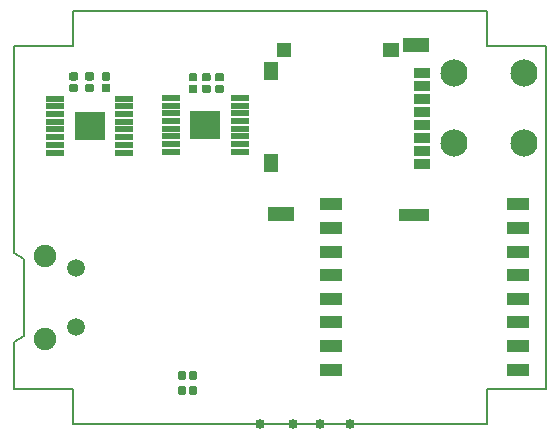
<source format=gbs>
G04 #@! TF.GenerationSoftware,KiCad,Pcbnew,(5.1.4)-1*
G04 #@! TF.CreationDate,2019-10-25T18:25:26-07:00*
G04 #@! TF.ProjectId,mainboard,6d61696e-626f-4617-9264-2e6b69636164,rev?*
G04 #@! TF.SameCoordinates,Original*
G04 #@! TF.FileFunction,Soldermask,Bot*
G04 #@! TF.FilePolarity,Negative*
%FSLAX46Y46*%
G04 Gerber Fmt 4.6, Leading zero omitted, Abs format (unit mm)*
G04 Created by KiCad (PCBNEW (5.1.4)-1) date 2019-10-25 18:25:26*
%MOMM*%
%LPD*%
G04 APERTURE LIST*
%ADD10C,0.150000*%
%ADD11C,0.100000*%
%ADD12C,0.691600*%
%ADD13R,2.561600X2.411600*%
%ADD14R,1.576600X0.551600*%
%ADD15C,2.301600*%
%ADD16R,1.901600X1.101600*%
%ADD17R,1.251600X1.601600*%
%ADD18R,2.301600X1.251600*%
%ADD19R,1.301600X1.261600*%
%ADD20R,1.351600X1.261600*%
%ADD21R,2.601600X1.051600*%
%ADD22R,1.341600X0.901600*%
%ADD23C,0.851600*%
%ADD24C,1.509600*%
%ADD25C,1.901600*%
G04 APERTURE END LIST*
D10*
X116700300Y-106041600D02*
X116700300Y-109041600D01*
X116700300Y-74041600D02*
X116700300Y-77041600D01*
X121710300Y-106041600D02*
X116700300Y-106041600D01*
X121710300Y-77041600D02*
X116700300Y-77041600D01*
X81725100Y-77041600D02*
X81725100Y-74041600D01*
X76715100Y-106041600D02*
X76721300Y-102057200D01*
X81725100Y-106041600D02*
X76715100Y-106041600D01*
X81725100Y-77041600D02*
X76715100Y-77041600D01*
X77532900Y-95021400D02*
X76708000Y-94513400D01*
X121710300Y-106041600D02*
X121710300Y-77041600D01*
X77546200Y-101549200D02*
X76721300Y-102057200D01*
X81725100Y-106041600D02*
X81725100Y-109041600D01*
X77532900Y-95021400D02*
X77546200Y-101549200D01*
X81725100Y-109041600D02*
X116700300Y-109041600D01*
X116700300Y-74041600D02*
X81725100Y-74041600D01*
X76715100Y-77041600D02*
X76708000Y-94513400D01*
D11*
G36*
X91083887Y-105791873D02*
G01*
X91100671Y-105794362D01*
X91117130Y-105798485D01*
X91133106Y-105804201D01*
X91148444Y-105811456D01*
X91162998Y-105820179D01*
X91176627Y-105830286D01*
X91189199Y-105841681D01*
X91200594Y-105854253D01*
X91210701Y-105867882D01*
X91219424Y-105882436D01*
X91226679Y-105897774D01*
X91232395Y-105913750D01*
X91236518Y-105930209D01*
X91239007Y-105946993D01*
X91239840Y-105963940D01*
X91239840Y-106359740D01*
X91239007Y-106376687D01*
X91236518Y-106393471D01*
X91232395Y-106409930D01*
X91226679Y-106425906D01*
X91219424Y-106441244D01*
X91210701Y-106455798D01*
X91200594Y-106469427D01*
X91189199Y-106481999D01*
X91176627Y-106493394D01*
X91162998Y-106503501D01*
X91148444Y-106512224D01*
X91133106Y-106519479D01*
X91117130Y-106525195D01*
X91100671Y-106529318D01*
X91083887Y-106531807D01*
X91066940Y-106532640D01*
X90721140Y-106532640D01*
X90704193Y-106531807D01*
X90687409Y-106529318D01*
X90670950Y-106525195D01*
X90654974Y-106519479D01*
X90639636Y-106512224D01*
X90625082Y-106503501D01*
X90611453Y-106493394D01*
X90598881Y-106481999D01*
X90587486Y-106469427D01*
X90577379Y-106455798D01*
X90568656Y-106441244D01*
X90561401Y-106425906D01*
X90555685Y-106409930D01*
X90551562Y-106393471D01*
X90549073Y-106376687D01*
X90548240Y-106359740D01*
X90548240Y-105963940D01*
X90549073Y-105946993D01*
X90551562Y-105930209D01*
X90555685Y-105913750D01*
X90561401Y-105897774D01*
X90568656Y-105882436D01*
X90577379Y-105867882D01*
X90587486Y-105854253D01*
X90598881Y-105841681D01*
X90611453Y-105830286D01*
X90625082Y-105820179D01*
X90639636Y-105811456D01*
X90654974Y-105804201D01*
X90670950Y-105798485D01*
X90687409Y-105794362D01*
X90704193Y-105791873D01*
X90721140Y-105791040D01*
X91066940Y-105791040D01*
X91083887Y-105791873D01*
X91083887Y-105791873D01*
G37*
D12*
X90894040Y-106161840D03*
D11*
G36*
X92053887Y-105791873D02*
G01*
X92070671Y-105794362D01*
X92087130Y-105798485D01*
X92103106Y-105804201D01*
X92118444Y-105811456D01*
X92132998Y-105820179D01*
X92146627Y-105830286D01*
X92159199Y-105841681D01*
X92170594Y-105854253D01*
X92180701Y-105867882D01*
X92189424Y-105882436D01*
X92196679Y-105897774D01*
X92202395Y-105913750D01*
X92206518Y-105930209D01*
X92209007Y-105946993D01*
X92209840Y-105963940D01*
X92209840Y-106359740D01*
X92209007Y-106376687D01*
X92206518Y-106393471D01*
X92202395Y-106409930D01*
X92196679Y-106425906D01*
X92189424Y-106441244D01*
X92180701Y-106455798D01*
X92170594Y-106469427D01*
X92159199Y-106481999D01*
X92146627Y-106493394D01*
X92132998Y-106503501D01*
X92118444Y-106512224D01*
X92103106Y-106519479D01*
X92087130Y-106525195D01*
X92070671Y-106529318D01*
X92053887Y-106531807D01*
X92036940Y-106532640D01*
X91691140Y-106532640D01*
X91674193Y-106531807D01*
X91657409Y-106529318D01*
X91640950Y-106525195D01*
X91624974Y-106519479D01*
X91609636Y-106512224D01*
X91595082Y-106503501D01*
X91581453Y-106493394D01*
X91568881Y-106481999D01*
X91557486Y-106469427D01*
X91547379Y-106455798D01*
X91538656Y-106441244D01*
X91531401Y-106425906D01*
X91525685Y-106409930D01*
X91521562Y-106393471D01*
X91519073Y-106376687D01*
X91518240Y-106359740D01*
X91518240Y-105963940D01*
X91519073Y-105946993D01*
X91521562Y-105930209D01*
X91525685Y-105913750D01*
X91531401Y-105897774D01*
X91538656Y-105882436D01*
X91547379Y-105867882D01*
X91557486Y-105854253D01*
X91568881Y-105841681D01*
X91581453Y-105830286D01*
X91595082Y-105820179D01*
X91609636Y-105811456D01*
X91624974Y-105804201D01*
X91640950Y-105798485D01*
X91657409Y-105794362D01*
X91674193Y-105791873D01*
X91691140Y-105791040D01*
X92036940Y-105791040D01*
X92053887Y-105791873D01*
X92053887Y-105791873D01*
G37*
D12*
X91864040Y-106161840D03*
D11*
G36*
X83298247Y-79230833D02*
G01*
X83315031Y-79233322D01*
X83331490Y-79237445D01*
X83347466Y-79243161D01*
X83362804Y-79250416D01*
X83377358Y-79259139D01*
X83390987Y-79269246D01*
X83403559Y-79280641D01*
X83414954Y-79293213D01*
X83425061Y-79306842D01*
X83433784Y-79321396D01*
X83441039Y-79336734D01*
X83446755Y-79352710D01*
X83450878Y-79369169D01*
X83453367Y-79385953D01*
X83454200Y-79402900D01*
X83454200Y-79748700D01*
X83453367Y-79765647D01*
X83450878Y-79782431D01*
X83446755Y-79798890D01*
X83441039Y-79814866D01*
X83433784Y-79830204D01*
X83425061Y-79844758D01*
X83414954Y-79858387D01*
X83403559Y-79870959D01*
X83390987Y-79882354D01*
X83377358Y-79892461D01*
X83362804Y-79901184D01*
X83347466Y-79908439D01*
X83331490Y-79914155D01*
X83315031Y-79918278D01*
X83298247Y-79920767D01*
X83281300Y-79921600D01*
X82885500Y-79921600D01*
X82868553Y-79920767D01*
X82851769Y-79918278D01*
X82835310Y-79914155D01*
X82819334Y-79908439D01*
X82803996Y-79901184D01*
X82789442Y-79892461D01*
X82775813Y-79882354D01*
X82763241Y-79870959D01*
X82751846Y-79858387D01*
X82741739Y-79844758D01*
X82733016Y-79830204D01*
X82725761Y-79814866D01*
X82720045Y-79798890D01*
X82715922Y-79782431D01*
X82713433Y-79765647D01*
X82712600Y-79748700D01*
X82712600Y-79402900D01*
X82713433Y-79385953D01*
X82715922Y-79369169D01*
X82720045Y-79352710D01*
X82725761Y-79336734D01*
X82733016Y-79321396D01*
X82741739Y-79306842D01*
X82751846Y-79293213D01*
X82763241Y-79280641D01*
X82775813Y-79269246D01*
X82789442Y-79259139D01*
X82803996Y-79250416D01*
X82819334Y-79243161D01*
X82835310Y-79237445D01*
X82851769Y-79233322D01*
X82868553Y-79230833D01*
X82885500Y-79230000D01*
X83281300Y-79230000D01*
X83298247Y-79230833D01*
X83298247Y-79230833D01*
G37*
D12*
X83083400Y-79575800D03*
D11*
G36*
X83298247Y-80200833D02*
G01*
X83315031Y-80203322D01*
X83331490Y-80207445D01*
X83347466Y-80213161D01*
X83362804Y-80220416D01*
X83377358Y-80229139D01*
X83390987Y-80239246D01*
X83403559Y-80250641D01*
X83414954Y-80263213D01*
X83425061Y-80276842D01*
X83433784Y-80291396D01*
X83441039Y-80306734D01*
X83446755Y-80322710D01*
X83450878Y-80339169D01*
X83453367Y-80355953D01*
X83454200Y-80372900D01*
X83454200Y-80718700D01*
X83453367Y-80735647D01*
X83450878Y-80752431D01*
X83446755Y-80768890D01*
X83441039Y-80784866D01*
X83433784Y-80800204D01*
X83425061Y-80814758D01*
X83414954Y-80828387D01*
X83403559Y-80840959D01*
X83390987Y-80852354D01*
X83377358Y-80862461D01*
X83362804Y-80871184D01*
X83347466Y-80878439D01*
X83331490Y-80884155D01*
X83315031Y-80888278D01*
X83298247Y-80890767D01*
X83281300Y-80891600D01*
X82885500Y-80891600D01*
X82868553Y-80890767D01*
X82851769Y-80888278D01*
X82835310Y-80884155D01*
X82819334Y-80878439D01*
X82803996Y-80871184D01*
X82789442Y-80862461D01*
X82775813Y-80852354D01*
X82763241Y-80840959D01*
X82751846Y-80828387D01*
X82741739Y-80814758D01*
X82733016Y-80800204D01*
X82725761Y-80784866D01*
X82720045Y-80768890D01*
X82715922Y-80752431D01*
X82713433Y-80735647D01*
X82712600Y-80718700D01*
X82712600Y-80372900D01*
X82713433Y-80355953D01*
X82715922Y-80339169D01*
X82720045Y-80322710D01*
X82725761Y-80306734D01*
X82733016Y-80291396D01*
X82741739Y-80276842D01*
X82751846Y-80263213D01*
X82763241Y-80250641D01*
X82775813Y-80239246D01*
X82789442Y-80229139D01*
X82803996Y-80220416D01*
X82819334Y-80213161D01*
X82835310Y-80207445D01*
X82851769Y-80203322D01*
X82868553Y-80200833D01*
X82885500Y-80200000D01*
X83281300Y-80200000D01*
X83298247Y-80200833D01*
X83298247Y-80200833D01*
G37*
D12*
X83083400Y-80545800D03*
D13*
X83083400Y-83743800D03*
D14*
X86021400Y-86018800D03*
X86021400Y-85368800D03*
X86021400Y-84718800D03*
X86021400Y-84068800D03*
X86021400Y-83418800D03*
X86021400Y-82768800D03*
X86021400Y-82118800D03*
X86021400Y-81468800D03*
X80145400Y-81468800D03*
X80145400Y-82118800D03*
X80145400Y-82768800D03*
X80145400Y-83418800D03*
X80145400Y-84068800D03*
X80145400Y-84718800D03*
X80145400Y-85368800D03*
X80145400Y-86018800D03*
D13*
X92887800Y-83667600D03*
D14*
X89949800Y-81392600D03*
X89949800Y-82042600D03*
X89949800Y-82692600D03*
X89949800Y-83342600D03*
X89949800Y-83992600D03*
X89949800Y-84642600D03*
X89949800Y-85292600D03*
X89949800Y-85942600D03*
X95825800Y-85942600D03*
X95825800Y-85292600D03*
X95825800Y-84642600D03*
X95825800Y-83992600D03*
X95825800Y-83342600D03*
X95825800Y-82692600D03*
X95825800Y-82042600D03*
X95825800Y-81392600D03*
D15*
X113944400Y-79248000D03*
D16*
X119355200Y-104409000D03*
X119355200Y-102409000D03*
X119355200Y-100409000D03*
X119355200Y-98409000D03*
X119355200Y-96409000D03*
X119355200Y-94409000D03*
X119355200Y-92409000D03*
X119355200Y-90409000D03*
X103555200Y-90409000D03*
X103555200Y-92409000D03*
X103555200Y-94409000D03*
X103555200Y-96409000D03*
X103555200Y-98409000D03*
X103555200Y-100409000D03*
X103555200Y-102409000D03*
X103555200Y-104409000D03*
D15*
X119894400Y-85198000D03*
X119894400Y-79248000D03*
X113944400Y-85198000D03*
D17*
X98463200Y-79134000D03*
X98463200Y-86914000D03*
D18*
X99258200Y-91219000D03*
D19*
X99588200Y-77334000D03*
D20*
X108588200Y-77334000D03*
D18*
X110738200Y-76929000D03*
D21*
X110588200Y-91319000D03*
D22*
X111218200Y-79274000D03*
X111218200Y-80374000D03*
X111218200Y-81474000D03*
X111218200Y-82574000D03*
X111218200Y-83674000D03*
X111218200Y-84774000D03*
X111218200Y-85874000D03*
X111218200Y-86974000D03*
D23*
X97510600Y-109032200D03*
X105122980Y-109044900D03*
X100330000Y-109044900D03*
X102582980Y-109044900D03*
D24*
X81973400Y-95810700D03*
X81973400Y-100810700D03*
D25*
X79273400Y-94810700D03*
X79273400Y-101810700D03*
D11*
G36*
X91083887Y-104521873D02*
G01*
X91100671Y-104524362D01*
X91117130Y-104528485D01*
X91133106Y-104534201D01*
X91148444Y-104541456D01*
X91162998Y-104550179D01*
X91176627Y-104560286D01*
X91189199Y-104571681D01*
X91200594Y-104584253D01*
X91210701Y-104597882D01*
X91219424Y-104612436D01*
X91226679Y-104627774D01*
X91232395Y-104643750D01*
X91236518Y-104660209D01*
X91239007Y-104676993D01*
X91239840Y-104693940D01*
X91239840Y-105089740D01*
X91239007Y-105106687D01*
X91236518Y-105123471D01*
X91232395Y-105139930D01*
X91226679Y-105155906D01*
X91219424Y-105171244D01*
X91210701Y-105185798D01*
X91200594Y-105199427D01*
X91189199Y-105211999D01*
X91176627Y-105223394D01*
X91162998Y-105233501D01*
X91148444Y-105242224D01*
X91133106Y-105249479D01*
X91117130Y-105255195D01*
X91100671Y-105259318D01*
X91083887Y-105261807D01*
X91066940Y-105262640D01*
X90721140Y-105262640D01*
X90704193Y-105261807D01*
X90687409Y-105259318D01*
X90670950Y-105255195D01*
X90654974Y-105249479D01*
X90639636Y-105242224D01*
X90625082Y-105233501D01*
X90611453Y-105223394D01*
X90598881Y-105211999D01*
X90587486Y-105199427D01*
X90577379Y-105185798D01*
X90568656Y-105171244D01*
X90561401Y-105155906D01*
X90555685Y-105139930D01*
X90551562Y-105123471D01*
X90549073Y-105106687D01*
X90548240Y-105089740D01*
X90548240Y-104693940D01*
X90549073Y-104676993D01*
X90551562Y-104660209D01*
X90555685Y-104643750D01*
X90561401Y-104627774D01*
X90568656Y-104612436D01*
X90577379Y-104597882D01*
X90587486Y-104584253D01*
X90598881Y-104571681D01*
X90611453Y-104560286D01*
X90625082Y-104550179D01*
X90639636Y-104541456D01*
X90654974Y-104534201D01*
X90670950Y-104528485D01*
X90687409Y-104524362D01*
X90704193Y-104521873D01*
X90721140Y-104521040D01*
X91066940Y-104521040D01*
X91083887Y-104521873D01*
X91083887Y-104521873D01*
G37*
D12*
X90894040Y-104891840D03*
D11*
G36*
X92053887Y-104521873D02*
G01*
X92070671Y-104524362D01*
X92087130Y-104528485D01*
X92103106Y-104534201D01*
X92118444Y-104541456D01*
X92132998Y-104550179D01*
X92146627Y-104560286D01*
X92159199Y-104571681D01*
X92170594Y-104584253D01*
X92180701Y-104597882D01*
X92189424Y-104612436D01*
X92196679Y-104627774D01*
X92202395Y-104643750D01*
X92206518Y-104660209D01*
X92209007Y-104676993D01*
X92209840Y-104693940D01*
X92209840Y-105089740D01*
X92209007Y-105106687D01*
X92206518Y-105123471D01*
X92202395Y-105139930D01*
X92196679Y-105155906D01*
X92189424Y-105171244D01*
X92180701Y-105185798D01*
X92170594Y-105199427D01*
X92159199Y-105211999D01*
X92146627Y-105223394D01*
X92132998Y-105233501D01*
X92118444Y-105242224D01*
X92103106Y-105249479D01*
X92087130Y-105255195D01*
X92070671Y-105259318D01*
X92053887Y-105261807D01*
X92036940Y-105262640D01*
X91691140Y-105262640D01*
X91674193Y-105261807D01*
X91657409Y-105259318D01*
X91640950Y-105255195D01*
X91624974Y-105249479D01*
X91609636Y-105242224D01*
X91595082Y-105233501D01*
X91581453Y-105223394D01*
X91568881Y-105211999D01*
X91557486Y-105199427D01*
X91547379Y-105185798D01*
X91538656Y-105171244D01*
X91531401Y-105155906D01*
X91525685Y-105139930D01*
X91521562Y-105123471D01*
X91519073Y-105106687D01*
X91518240Y-105089740D01*
X91518240Y-104693940D01*
X91519073Y-104676993D01*
X91521562Y-104660209D01*
X91525685Y-104643750D01*
X91531401Y-104627774D01*
X91538656Y-104612436D01*
X91547379Y-104597882D01*
X91557486Y-104584253D01*
X91568881Y-104571681D01*
X91581453Y-104560286D01*
X91595082Y-104550179D01*
X91609636Y-104541456D01*
X91624974Y-104534201D01*
X91640950Y-104528485D01*
X91657409Y-104524362D01*
X91674193Y-104521873D01*
X91691140Y-104521040D01*
X92036940Y-104521040D01*
X92053887Y-104521873D01*
X92053887Y-104521873D01*
G37*
D12*
X91864040Y-104891840D03*
D11*
G36*
X93178847Y-80277033D02*
G01*
X93195631Y-80279522D01*
X93212090Y-80283645D01*
X93228066Y-80289361D01*
X93243404Y-80296616D01*
X93257958Y-80305339D01*
X93271587Y-80315446D01*
X93284159Y-80326841D01*
X93295554Y-80339413D01*
X93305661Y-80353042D01*
X93314384Y-80367596D01*
X93321639Y-80382934D01*
X93327355Y-80398910D01*
X93331478Y-80415369D01*
X93333967Y-80432153D01*
X93334800Y-80449100D01*
X93334800Y-80794900D01*
X93333967Y-80811847D01*
X93331478Y-80828631D01*
X93327355Y-80845090D01*
X93321639Y-80861066D01*
X93314384Y-80876404D01*
X93305661Y-80890958D01*
X93295554Y-80904587D01*
X93284159Y-80917159D01*
X93271587Y-80928554D01*
X93257958Y-80938661D01*
X93243404Y-80947384D01*
X93228066Y-80954639D01*
X93212090Y-80960355D01*
X93195631Y-80964478D01*
X93178847Y-80966967D01*
X93161900Y-80967800D01*
X92766100Y-80967800D01*
X92749153Y-80966967D01*
X92732369Y-80964478D01*
X92715910Y-80960355D01*
X92699934Y-80954639D01*
X92684596Y-80947384D01*
X92670042Y-80938661D01*
X92656413Y-80928554D01*
X92643841Y-80917159D01*
X92632446Y-80904587D01*
X92622339Y-80890958D01*
X92613616Y-80876404D01*
X92606361Y-80861066D01*
X92600645Y-80845090D01*
X92596522Y-80828631D01*
X92594033Y-80811847D01*
X92593200Y-80794900D01*
X92593200Y-80449100D01*
X92594033Y-80432153D01*
X92596522Y-80415369D01*
X92600645Y-80398910D01*
X92606361Y-80382934D01*
X92613616Y-80367596D01*
X92622339Y-80353042D01*
X92632446Y-80339413D01*
X92643841Y-80326841D01*
X92656413Y-80315446D01*
X92670042Y-80305339D01*
X92684596Y-80296616D01*
X92699934Y-80289361D01*
X92715910Y-80283645D01*
X92732369Y-80279522D01*
X92749153Y-80277033D01*
X92766100Y-80276200D01*
X93161900Y-80276200D01*
X93178847Y-80277033D01*
X93178847Y-80277033D01*
G37*
D12*
X92964000Y-80622000D03*
D11*
G36*
X93178847Y-79307033D02*
G01*
X93195631Y-79309522D01*
X93212090Y-79313645D01*
X93228066Y-79319361D01*
X93243404Y-79326616D01*
X93257958Y-79335339D01*
X93271587Y-79345446D01*
X93284159Y-79356841D01*
X93295554Y-79369413D01*
X93305661Y-79383042D01*
X93314384Y-79397596D01*
X93321639Y-79412934D01*
X93327355Y-79428910D01*
X93331478Y-79445369D01*
X93333967Y-79462153D01*
X93334800Y-79479100D01*
X93334800Y-79824900D01*
X93333967Y-79841847D01*
X93331478Y-79858631D01*
X93327355Y-79875090D01*
X93321639Y-79891066D01*
X93314384Y-79906404D01*
X93305661Y-79920958D01*
X93295554Y-79934587D01*
X93284159Y-79947159D01*
X93271587Y-79958554D01*
X93257958Y-79968661D01*
X93243404Y-79977384D01*
X93228066Y-79984639D01*
X93212090Y-79990355D01*
X93195631Y-79994478D01*
X93178847Y-79996967D01*
X93161900Y-79997800D01*
X92766100Y-79997800D01*
X92749153Y-79996967D01*
X92732369Y-79994478D01*
X92715910Y-79990355D01*
X92699934Y-79984639D01*
X92684596Y-79977384D01*
X92670042Y-79968661D01*
X92656413Y-79958554D01*
X92643841Y-79947159D01*
X92632446Y-79934587D01*
X92622339Y-79920958D01*
X92613616Y-79906404D01*
X92606361Y-79891066D01*
X92600645Y-79875090D01*
X92596522Y-79858631D01*
X92594033Y-79841847D01*
X92593200Y-79824900D01*
X92593200Y-79479100D01*
X92594033Y-79462153D01*
X92596522Y-79445369D01*
X92600645Y-79428910D01*
X92606361Y-79412934D01*
X92613616Y-79397596D01*
X92622339Y-79383042D01*
X92632446Y-79369413D01*
X92643841Y-79356841D01*
X92656413Y-79345446D01*
X92670042Y-79335339D01*
X92684596Y-79326616D01*
X92699934Y-79319361D01*
X92715910Y-79313645D01*
X92732369Y-79309522D01*
X92749153Y-79307033D01*
X92766100Y-79306200D01*
X93161900Y-79306200D01*
X93178847Y-79307033D01*
X93178847Y-79307033D01*
G37*
D12*
X92964000Y-79652000D03*
D11*
G36*
X94296447Y-79309433D02*
G01*
X94313231Y-79311922D01*
X94329690Y-79316045D01*
X94345666Y-79321761D01*
X94361004Y-79329016D01*
X94375558Y-79337739D01*
X94389187Y-79347846D01*
X94401759Y-79359241D01*
X94413154Y-79371813D01*
X94423261Y-79385442D01*
X94431984Y-79399996D01*
X94439239Y-79415334D01*
X94444955Y-79431310D01*
X94449078Y-79447769D01*
X94451567Y-79464553D01*
X94452400Y-79481500D01*
X94452400Y-79827300D01*
X94451567Y-79844247D01*
X94449078Y-79861031D01*
X94444955Y-79877490D01*
X94439239Y-79893466D01*
X94431984Y-79908804D01*
X94423261Y-79923358D01*
X94413154Y-79936987D01*
X94401759Y-79949559D01*
X94389187Y-79960954D01*
X94375558Y-79971061D01*
X94361004Y-79979784D01*
X94345666Y-79987039D01*
X94329690Y-79992755D01*
X94313231Y-79996878D01*
X94296447Y-79999367D01*
X94279500Y-80000200D01*
X93883700Y-80000200D01*
X93866753Y-79999367D01*
X93849969Y-79996878D01*
X93833510Y-79992755D01*
X93817534Y-79987039D01*
X93802196Y-79979784D01*
X93787642Y-79971061D01*
X93774013Y-79960954D01*
X93761441Y-79949559D01*
X93750046Y-79936987D01*
X93739939Y-79923358D01*
X93731216Y-79908804D01*
X93723961Y-79893466D01*
X93718245Y-79877490D01*
X93714122Y-79861031D01*
X93711633Y-79844247D01*
X93710800Y-79827300D01*
X93710800Y-79481500D01*
X93711633Y-79464553D01*
X93714122Y-79447769D01*
X93718245Y-79431310D01*
X93723961Y-79415334D01*
X93731216Y-79399996D01*
X93739939Y-79385442D01*
X93750046Y-79371813D01*
X93761441Y-79359241D01*
X93774013Y-79347846D01*
X93787642Y-79337739D01*
X93802196Y-79329016D01*
X93817534Y-79321761D01*
X93833510Y-79316045D01*
X93849969Y-79311922D01*
X93866753Y-79309433D01*
X93883700Y-79308600D01*
X94279500Y-79308600D01*
X94296447Y-79309433D01*
X94296447Y-79309433D01*
G37*
D12*
X94081600Y-79654400D03*
D11*
G36*
X94296447Y-80279433D02*
G01*
X94313231Y-80281922D01*
X94329690Y-80286045D01*
X94345666Y-80291761D01*
X94361004Y-80299016D01*
X94375558Y-80307739D01*
X94389187Y-80317846D01*
X94401759Y-80329241D01*
X94413154Y-80341813D01*
X94423261Y-80355442D01*
X94431984Y-80369996D01*
X94439239Y-80385334D01*
X94444955Y-80401310D01*
X94449078Y-80417769D01*
X94451567Y-80434553D01*
X94452400Y-80451500D01*
X94452400Y-80797300D01*
X94451567Y-80814247D01*
X94449078Y-80831031D01*
X94444955Y-80847490D01*
X94439239Y-80863466D01*
X94431984Y-80878804D01*
X94423261Y-80893358D01*
X94413154Y-80906987D01*
X94401759Y-80919559D01*
X94389187Y-80930954D01*
X94375558Y-80941061D01*
X94361004Y-80949784D01*
X94345666Y-80957039D01*
X94329690Y-80962755D01*
X94313231Y-80966878D01*
X94296447Y-80969367D01*
X94279500Y-80970200D01*
X93883700Y-80970200D01*
X93866753Y-80969367D01*
X93849969Y-80966878D01*
X93833510Y-80962755D01*
X93817534Y-80957039D01*
X93802196Y-80949784D01*
X93787642Y-80941061D01*
X93774013Y-80930954D01*
X93761441Y-80919559D01*
X93750046Y-80906987D01*
X93739939Y-80893358D01*
X93731216Y-80878804D01*
X93723961Y-80863466D01*
X93718245Y-80847490D01*
X93714122Y-80831031D01*
X93711633Y-80814247D01*
X93710800Y-80797300D01*
X93710800Y-80451500D01*
X93711633Y-80434553D01*
X93714122Y-80417769D01*
X93718245Y-80401310D01*
X93723961Y-80385334D01*
X93731216Y-80369996D01*
X93739939Y-80355442D01*
X93750046Y-80341813D01*
X93761441Y-80329241D01*
X93774013Y-80317846D01*
X93787642Y-80307739D01*
X93802196Y-80299016D01*
X93817534Y-80291761D01*
X93833510Y-80286045D01*
X93849969Y-80281922D01*
X93866753Y-80279433D01*
X93883700Y-80278600D01*
X94279500Y-80278600D01*
X94296447Y-80279433D01*
X94296447Y-80279433D01*
G37*
D12*
X94081600Y-80624400D03*
D11*
G36*
X92061247Y-79307033D02*
G01*
X92078031Y-79309522D01*
X92094490Y-79313645D01*
X92110466Y-79319361D01*
X92125804Y-79326616D01*
X92140358Y-79335339D01*
X92153987Y-79345446D01*
X92166559Y-79356841D01*
X92177954Y-79369413D01*
X92188061Y-79383042D01*
X92196784Y-79397596D01*
X92204039Y-79412934D01*
X92209755Y-79428910D01*
X92213878Y-79445369D01*
X92216367Y-79462153D01*
X92217200Y-79479100D01*
X92217200Y-79824900D01*
X92216367Y-79841847D01*
X92213878Y-79858631D01*
X92209755Y-79875090D01*
X92204039Y-79891066D01*
X92196784Y-79906404D01*
X92188061Y-79920958D01*
X92177954Y-79934587D01*
X92166559Y-79947159D01*
X92153987Y-79958554D01*
X92140358Y-79968661D01*
X92125804Y-79977384D01*
X92110466Y-79984639D01*
X92094490Y-79990355D01*
X92078031Y-79994478D01*
X92061247Y-79996967D01*
X92044300Y-79997800D01*
X91648500Y-79997800D01*
X91631553Y-79996967D01*
X91614769Y-79994478D01*
X91598310Y-79990355D01*
X91582334Y-79984639D01*
X91566996Y-79977384D01*
X91552442Y-79968661D01*
X91538813Y-79958554D01*
X91526241Y-79947159D01*
X91514846Y-79934587D01*
X91504739Y-79920958D01*
X91496016Y-79906404D01*
X91488761Y-79891066D01*
X91483045Y-79875090D01*
X91478922Y-79858631D01*
X91476433Y-79841847D01*
X91475600Y-79824900D01*
X91475600Y-79479100D01*
X91476433Y-79462153D01*
X91478922Y-79445369D01*
X91483045Y-79428910D01*
X91488761Y-79412934D01*
X91496016Y-79397596D01*
X91504739Y-79383042D01*
X91514846Y-79369413D01*
X91526241Y-79356841D01*
X91538813Y-79345446D01*
X91552442Y-79335339D01*
X91566996Y-79326616D01*
X91582334Y-79319361D01*
X91598310Y-79313645D01*
X91614769Y-79309522D01*
X91631553Y-79307033D01*
X91648500Y-79306200D01*
X92044300Y-79306200D01*
X92061247Y-79307033D01*
X92061247Y-79307033D01*
G37*
D12*
X91846400Y-79652000D03*
D11*
G36*
X92061247Y-80277033D02*
G01*
X92078031Y-80279522D01*
X92094490Y-80283645D01*
X92110466Y-80289361D01*
X92125804Y-80296616D01*
X92140358Y-80305339D01*
X92153987Y-80315446D01*
X92166559Y-80326841D01*
X92177954Y-80339413D01*
X92188061Y-80353042D01*
X92196784Y-80367596D01*
X92204039Y-80382934D01*
X92209755Y-80398910D01*
X92213878Y-80415369D01*
X92216367Y-80432153D01*
X92217200Y-80449100D01*
X92217200Y-80794900D01*
X92216367Y-80811847D01*
X92213878Y-80828631D01*
X92209755Y-80845090D01*
X92204039Y-80861066D01*
X92196784Y-80876404D01*
X92188061Y-80890958D01*
X92177954Y-80904587D01*
X92166559Y-80917159D01*
X92153987Y-80928554D01*
X92140358Y-80938661D01*
X92125804Y-80947384D01*
X92110466Y-80954639D01*
X92094490Y-80960355D01*
X92078031Y-80964478D01*
X92061247Y-80966967D01*
X92044300Y-80967800D01*
X91648500Y-80967800D01*
X91631553Y-80966967D01*
X91614769Y-80964478D01*
X91598310Y-80960355D01*
X91582334Y-80954639D01*
X91566996Y-80947384D01*
X91552442Y-80938661D01*
X91538813Y-80928554D01*
X91526241Y-80917159D01*
X91514846Y-80904587D01*
X91504739Y-80890958D01*
X91496016Y-80876404D01*
X91488761Y-80861066D01*
X91483045Y-80845090D01*
X91478922Y-80828631D01*
X91476433Y-80811847D01*
X91475600Y-80794900D01*
X91475600Y-80449100D01*
X91476433Y-80432153D01*
X91478922Y-80415369D01*
X91483045Y-80398910D01*
X91488761Y-80382934D01*
X91496016Y-80367596D01*
X91504739Y-80353042D01*
X91514846Y-80339413D01*
X91526241Y-80326841D01*
X91538813Y-80315446D01*
X91552442Y-80305339D01*
X91566996Y-80296616D01*
X91582334Y-80289361D01*
X91598310Y-80283645D01*
X91614769Y-80279522D01*
X91631553Y-80277033D01*
X91648500Y-80276200D01*
X92044300Y-80276200D01*
X92061247Y-80277033D01*
X92061247Y-80277033D01*
G37*
D12*
X91846400Y-80622000D03*
D11*
G36*
X84695247Y-80200833D02*
G01*
X84712031Y-80203322D01*
X84728490Y-80207445D01*
X84744466Y-80213161D01*
X84759804Y-80220416D01*
X84774358Y-80229139D01*
X84787987Y-80239246D01*
X84800559Y-80250641D01*
X84811954Y-80263213D01*
X84822061Y-80276842D01*
X84830784Y-80291396D01*
X84838039Y-80306734D01*
X84843755Y-80322710D01*
X84847878Y-80339169D01*
X84850367Y-80355953D01*
X84851200Y-80372900D01*
X84851200Y-80718700D01*
X84850367Y-80735647D01*
X84847878Y-80752431D01*
X84843755Y-80768890D01*
X84838039Y-80784866D01*
X84830784Y-80800204D01*
X84822061Y-80814758D01*
X84811954Y-80828387D01*
X84800559Y-80840959D01*
X84787987Y-80852354D01*
X84774358Y-80862461D01*
X84759804Y-80871184D01*
X84744466Y-80878439D01*
X84728490Y-80884155D01*
X84712031Y-80888278D01*
X84695247Y-80890767D01*
X84678300Y-80891600D01*
X84282500Y-80891600D01*
X84265553Y-80890767D01*
X84248769Y-80888278D01*
X84232310Y-80884155D01*
X84216334Y-80878439D01*
X84200996Y-80871184D01*
X84186442Y-80862461D01*
X84172813Y-80852354D01*
X84160241Y-80840959D01*
X84148846Y-80828387D01*
X84138739Y-80814758D01*
X84130016Y-80800204D01*
X84122761Y-80784866D01*
X84117045Y-80768890D01*
X84112922Y-80752431D01*
X84110433Y-80735647D01*
X84109600Y-80718700D01*
X84109600Y-80372900D01*
X84110433Y-80355953D01*
X84112922Y-80339169D01*
X84117045Y-80322710D01*
X84122761Y-80306734D01*
X84130016Y-80291396D01*
X84138739Y-80276842D01*
X84148846Y-80263213D01*
X84160241Y-80250641D01*
X84172813Y-80239246D01*
X84186442Y-80229139D01*
X84200996Y-80220416D01*
X84216334Y-80213161D01*
X84232310Y-80207445D01*
X84248769Y-80203322D01*
X84265553Y-80200833D01*
X84282500Y-80200000D01*
X84678300Y-80200000D01*
X84695247Y-80200833D01*
X84695247Y-80200833D01*
G37*
D12*
X84480400Y-80545800D03*
D11*
G36*
X84695247Y-79230833D02*
G01*
X84712031Y-79233322D01*
X84728490Y-79237445D01*
X84744466Y-79243161D01*
X84759804Y-79250416D01*
X84774358Y-79259139D01*
X84787987Y-79269246D01*
X84800559Y-79280641D01*
X84811954Y-79293213D01*
X84822061Y-79306842D01*
X84830784Y-79321396D01*
X84838039Y-79336734D01*
X84843755Y-79352710D01*
X84847878Y-79369169D01*
X84850367Y-79385953D01*
X84851200Y-79402900D01*
X84851200Y-79748700D01*
X84850367Y-79765647D01*
X84847878Y-79782431D01*
X84843755Y-79798890D01*
X84838039Y-79814866D01*
X84830784Y-79830204D01*
X84822061Y-79844758D01*
X84811954Y-79858387D01*
X84800559Y-79870959D01*
X84787987Y-79882354D01*
X84774358Y-79892461D01*
X84759804Y-79901184D01*
X84744466Y-79908439D01*
X84728490Y-79914155D01*
X84712031Y-79918278D01*
X84695247Y-79920767D01*
X84678300Y-79921600D01*
X84282500Y-79921600D01*
X84265553Y-79920767D01*
X84248769Y-79918278D01*
X84232310Y-79914155D01*
X84216334Y-79908439D01*
X84200996Y-79901184D01*
X84186442Y-79892461D01*
X84172813Y-79882354D01*
X84160241Y-79870959D01*
X84148846Y-79858387D01*
X84138739Y-79844758D01*
X84130016Y-79830204D01*
X84122761Y-79814866D01*
X84117045Y-79798890D01*
X84112922Y-79782431D01*
X84110433Y-79765647D01*
X84109600Y-79748700D01*
X84109600Y-79402900D01*
X84110433Y-79385953D01*
X84112922Y-79369169D01*
X84117045Y-79352710D01*
X84122761Y-79336734D01*
X84130016Y-79321396D01*
X84138739Y-79306842D01*
X84148846Y-79293213D01*
X84160241Y-79280641D01*
X84172813Y-79269246D01*
X84186442Y-79259139D01*
X84200996Y-79250416D01*
X84216334Y-79243161D01*
X84232310Y-79237445D01*
X84248769Y-79233322D01*
X84265553Y-79230833D01*
X84282500Y-79230000D01*
X84678300Y-79230000D01*
X84695247Y-79230833D01*
X84695247Y-79230833D01*
G37*
D12*
X84480400Y-79575800D03*
D11*
G36*
X81952047Y-79230833D02*
G01*
X81968831Y-79233322D01*
X81985290Y-79237445D01*
X82001266Y-79243161D01*
X82016604Y-79250416D01*
X82031158Y-79259139D01*
X82044787Y-79269246D01*
X82057359Y-79280641D01*
X82068754Y-79293213D01*
X82078861Y-79306842D01*
X82087584Y-79321396D01*
X82094839Y-79336734D01*
X82100555Y-79352710D01*
X82104678Y-79369169D01*
X82107167Y-79385953D01*
X82108000Y-79402900D01*
X82108000Y-79748700D01*
X82107167Y-79765647D01*
X82104678Y-79782431D01*
X82100555Y-79798890D01*
X82094839Y-79814866D01*
X82087584Y-79830204D01*
X82078861Y-79844758D01*
X82068754Y-79858387D01*
X82057359Y-79870959D01*
X82044787Y-79882354D01*
X82031158Y-79892461D01*
X82016604Y-79901184D01*
X82001266Y-79908439D01*
X81985290Y-79914155D01*
X81968831Y-79918278D01*
X81952047Y-79920767D01*
X81935100Y-79921600D01*
X81539300Y-79921600D01*
X81522353Y-79920767D01*
X81505569Y-79918278D01*
X81489110Y-79914155D01*
X81473134Y-79908439D01*
X81457796Y-79901184D01*
X81443242Y-79892461D01*
X81429613Y-79882354D01*
X81417041Y-79870959D01*
X81405646Y-79858387D01*
X81395539Y-79844758D01*
X81386816Y-79830204D01*
X81379561Y-79814866D01*
X81373845Y-79798890D01*
X81369722Y-79782431D01*
X81367233Y-79765647D01*
X81366400Y-79748700D01*
X81366400Y-79402900D01*
X81367233Y-79385953D01*
X81369722Y-79369169D01*
X81373845Y-79352710D01*
X81379561Y-79336734D01*
X81386816Y-79321396D01*
X81395539Y-79306842D01*
X81405646Y-79293213D01*
X81417041Y-79280641D01*
X81429613Y-79269246D01*
X81443242Y-79259139D01*
X81457796Y-79250416D01*
X81473134Y-79243161D01*
X81489110Y-79237445D01*
X81505569Y-79233322D01*
X81522353Y-79230833D01*
X81539300Y-79230000D01*
X81935100Y-79230000D01*
X81952047Y-79230833D01*
X81952047Y-79230833D01*
G37*
D12*
X81737200Y-79575800D03*
D11*
G36*
X81952047Y-80200833D02*
G01*
X81968831Y-80203322D01*
X81985290Y-80207445D01*
X82001266Y-80213161D01*
X82016604Y-80220416D01*
X82031158Y-80229139D01*
X82044787Y-80239246D01*
X82057359Y-80250641D01*
X82068754Y-80263213D01*
X82078861Y-80276842D01*
X82087584Y-80291396D01*
X82094839Y-80306734D01*
X82100555Y-80322710D01*
X82104678Y-80339169D01*
X82107167Y-80355953D01*
X82108000Y-80372900D01*
X82108000Y-80718700D01*
X82107167Y-80735647D01*
X82104678Y-80752431D01*
X82100555Y-80768890D01*
X82094839Y-80784866D01*
X82087584Y-80800204D01*
X82078861Y-80814758D01*
X82068754Y-80828387D01*
X82057359Y-80840959D01*
X82044787Y-80852354D01*
X82031158Y-80862461D01*
X82016604Y-80871184D01*
X82001266Y-80878439D01*
X81985290Y-80884155D01*
X81968831Y-80888278D01*
X81952047Y-80890767D01*
X81935100Y-80891600D01*
X81539300Y-80891600D01*
X81522353Y-80890767D01*
X81505569Y-80888278D01*
X81489110Y-80884155D01*
X81473134Y-80878439D01*
X81457796Y-80871184D01*
X81443242Y-80862461D01*
X81429613Y-80852354D01*
X81417041Y-80840959D01*
X81405646Y-80828387D01*
X81395539Y-80814758D01*
X81386816Y-80800204D01*
X81379561Y-80784866D01*
X81373845Y-80768890D01*
X81369722Y-80752431D01*
X81367233Y-80735647D01*
X81366400Y-80718700D01*
X81366400Y-80372900D01*
X81367233Y-80355953D01*
X81369722Y-80339169D01*
X81373845Y-80322710D01*
X81379561Y-80306734D01*
X81386816Y-80291396D01*
X81395539Y-80276842D01*
X81405646Y-80263213D01*
X81417041Y-80250641D01*
X81429613Y-80239246D01*
X81443242Y-80229139D01*
X81457796Y-80220416D01*
X81473134Y-80213161D01*
X81489110Y-80207445D01*
X81505569Y-80203322D01*
X81522353Y-80200833D01*
X81539300Y-80200000D01*
X81935100Y-80200000D01*
X81952047Y-80200833D01*
X81952047Y-80200833D01*
G37*
D12*
X81737200Y-80545800D03*
M02*

</source>
